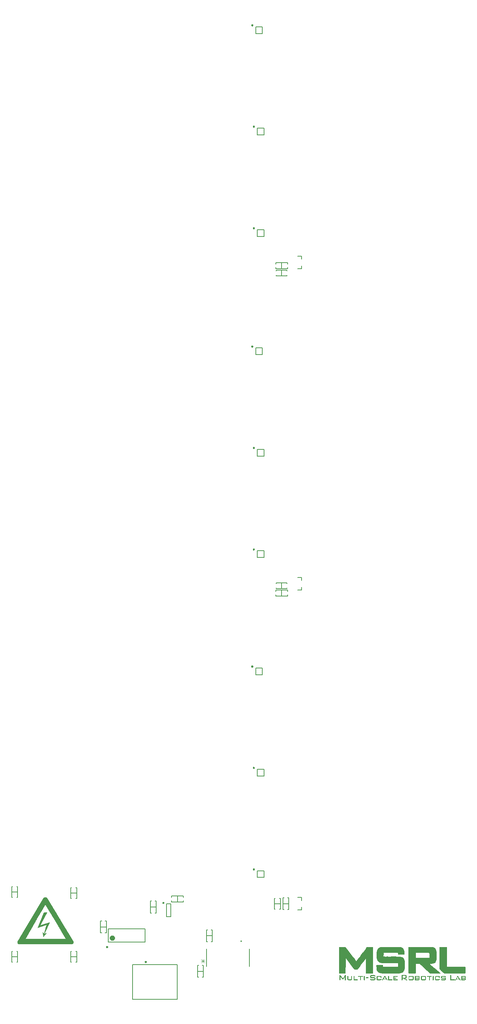
<source format=gbr>
%FSTAX23Y23*%
%MOIN*%
%SFA1B1*%

%IPPOS*%
%ADD43C,0.009843*%
%ADD44C,0.023622*%
%ADD45C,0.005905*%
%ADD46C,0.006000*%
%ADD47C,0.007874*%
%ADD48C,0.003000*%
%LNmain_legend_top-1*%
%LPD*%
G36*
X0337Y00825D02*
X03355D01*
Y00835*
X0337*
Y00825*
G37*
G36*
X0154Y01239D02*
X01543D01*
Y01239*
X01545*
Y01238*
X01546*
Y01237*
X01548*
Y01236*
X01549*
Y01236*
X01549*
Y01235*
X01551*
Y01234*
X01552*
Y01233*
X01552*
Y01232*
X01553*
Y01231*
X01554*
Y0123*
X01555*
Y01229*
X01556*
Y01228*
X01556*
Y01227*
X01557*
Y01226*
X01558*
Y01225*
X01559*
Y01223*
X01559*
Y01223*
X0156*
Y01221*
X01561*
Y01219*
X01562*
Y01219*
X01562*
Y01217*
X01563*
Y01216*
X01564*
Y01215*
X01565*
Y01213*
X01565*
Y01212*
X01566*
Y01211*
X01567*
Y01209*
X01568*
Y01208*
X01569*
Y01207*
X01569*
Y01206*
X0157*
Y01204*
X01571*
Y01203*
X01572*
Y01202*
X01572*
Y012*
X01573*
Y012*
X01574*
Y01198*
X01575*
Y01196*
X01575*
Y01196*
X01576*
Y01194*
X01577*
Y01193*
X01578*
Y01192*
X01578*
Y0119*
X01579*
Y0119*
X0158*
Y01188*
X01581*
Y01186*
X01582*
Y01186*
X01582*
Y01184*
X01583*
Y01183*
X01584*
Y01182*
X01585*
Y0118*
X01585*
Y01179*
X01586*
Y01178*
X01587*
Y01177*
X01588*
Y01175*
X01588*
Y01174*
X01589*
Y01173*
X0159*
Y01171*
X01591*
Y0117*
X01592*
Y01169*
X01592*
Y01167*
X01593*
Y01167*
X01594*
Y01165*
X01595*
Y01164*
X01595*
Y01163*
X01596*
Y01161*
X01597*
Y0116*
X01598*
Y01159*
X01598*
Y01157*
X01599*
Y01157*
X016*
Y01155*
X01601*
Y01154*
X01601*
Y01153*
X01602*
Y01151*
X01603*
Y0115*
X01604*
Y01149*
X01605*
Y01147*
X01605*
Y01146*
X01606*
Y01145*
X01607*
Y01144*
X01608*
Y01142*
X01608*
Y01141*
X01609*
Y0114*
X0161*
Y01138*
X01611*
Y01137*
X01611*
Y01136*
X01612*
Y01135*
X01613*
Y01134*
X01614*
Y01132*
X01615*
Y01131*
X01615*
Y0113*
X01616*
Y01128*
X01617*
Y01127*
X01618*
Y01126*
X01618*
Y01124*
X01619*
Y01124*
X0162*
Y01122*
X01621*
Y01121*
X01621*
Y0112*
X01622*
Y01118*
X01623*
Y01117*
X01624*
Y01116*
X01624*
Y01114*
X01625*
Y01113*
X01626*
Y01112*
X01627*
Y01111*
X01628*
Y01109*
X01628*
Y01108*
X01629*
Y01107*
X0163*
Y01106*
X01631*
Y01104*
X01631*
Y01103*
X01632*
Y01102*
X01633*
Y01101*
X01634*
Y01099*
X01634*
Y01098*
X01635*
Y01097*
X01636*
Y01095*
X01637*
Y01095*
X01638*
Y01093*
X01638*
Y01091*
X01639*
Y01091*
X0164*
Y01089*
X01641*
Y01088*
X01641*
Y01087*
X01642*
Y01085*
X01643*
Y01084*
X01644*
Y01083*
X01644*
Y01081*
X01645*
Y0108*
X01646*
Y01079*
X01647*
Y01078*
X01647*
Y01077*
X01648*
Y01075*
X01649*
Y01074*
X0165*
Y01073*
X01651*
Y01072*
X01651*
Y0107*
X01652*
Y01069*
X01653*
Y01068*
X01654*
Y01066*
X01654*
Y01065*
X01655*
Y01064*
X01656*
Y01062*
X01657*
Y01062*
X01657*
Y0106*
X01658*
Y01058*
X01659*
Y01058*
X0166*
Y01056*
X01661*
Y01055*
X01661*
Y01054*
X01662*
Y01052*
X01663*
Y01051*
X01664*
Y0105*
X01664*
Y01049*
X01665*
Y01048*
X01666*
Y01046*
X01667*
Y01045*
X01667*
Y01044*
X01668*
Y01042*
X01669*
Y01041*
X0167*
Y0104*
X0167*
Y01039*
X01671*
Y01037*
X01672*
Y01036*
X01673*
Y01035*
X01674*
Y01033*
X01674*
Y01032*
X01675*
Y01031*
X01676*
Y01029*
X01677*
Y01029*
X01677*
Y01027*
X01678*
Y01026*
X01679*
Y01025*
X0168*
Y01023*
X0168*
Y01022*
X01681*
Y01021*
X01682*
Y01019*
X01683*
Y01019*
X01683*
Y01017*
X01684*
Y01016*
X01685*
Y01015*
X01686*
Y01013*
X01687*
Y01012*
X01687*
Y01011*
X01688*
Y01009*
X01689*
Y01008*
X0169*
Y01007*
X0169*
Y01006*
X01691*
Y01004*
X01692*
Y01003*
X01693*
Y01002*
X01693*
Y01*
X01694*
Y00999*
X01695*
Y00998*
X01696*
Y00996*
X01697*
Y00996*
X01697*
Y00994*
X01698*
Y00993*
X01699*
Y00992*
X017*
Y0099*
X017*
Y0099*
X01701*
Y00988*
X01702*
Y00986*
X01703*
Y00986*
X01703*
Y00984*
X01704*
Y00983*
X01705*
Y00982*
X01706*
Y0098*
X01706*
Y00979*
X01707*
Y00978*
X01708*
Y00976*
X01709*
Y00975*
X0171*
Y00974*
X0171*
Y00973*
X01711*
Y00971*
X01712*
Y0097*
X01713*
Y00969*
X01713*
Y00967*
X01714*
Y00967*
X01715*
Y00965*
X01716*
Y00964*
X01716*
Y00963*
X01717*
Y00961*
X01718*
Y0096*
X01719*
Y00959*
X0172*
Y00957*
X0172*
Y00957*
X01721*
Y00955*
X01722*
Y00953*
X01723*
Y00953*
X01723*
Y00951*
X01724*
Y0095*
X01725*
Y00949*
X01726*
Y00947*
X01726*
Y00946*
X01727*
Y00945*
X01728*
Y00944*
X01729*
Y00942*
X01729*
Y00941*
X0173*
Y0094*
X01731*
Y00938*
X01732*
Y00937*
X01733*
Y00936*
X01733*
Y00935*
X01734*
Y00934*
X01735*
Y00932*
X01736*
Y00931*
X01736*
Y0093*
X01737*
Y00928*
X01738*
Y00927*
X01739*
Y00926*
X01739*
Y00924*
X0174*
Y00924*
X01741*
Y00922*
X01742*
Y00921*
X01743*
Y0092*
X01743*
Y00918*
X01744*
Y00917*
X01745*
Y00916*
X01746*
Y00914*
X01746*
Y00913*
X01747*
Y00912*
X01748*
Y00911*
X01749*
Y00909*
X01749*
Y00908*
X0175*
Y00907*
X01751*
Y00906*
X01752*
Y00904*
X01752*
Y00903*
X01753*
Y00902*
X01754*
Y00901*
X01755*
Y00899*
X01756*
Y00898*
X01756*
Y00897*
X01757*
Y00895*
X01758*
Y00894*
X01759*
Y00893*
X01759*
Y00891*
X0176*
Y00891*
X01761*
Y00889*
X01762*
Y00888*
X01762*
Y00887*
X01763*
Y00885*
X01764*
Y00884*
X01765*
Y00883*
X01766*
Y00881*
X01766*
Y0088*
X01767*
Y00879*
X01768*
Y00878*
X01769*
Y00877*
X01769*
Y00875*
X0177*
Y00874*
X01771*
Y00873*
X01772*
Y00871*
X01772*
Y0087*
X01773*
Y00869*
X01774*
Y00868*
X01775*
Y00866*
X01775*
Y00865*
X01776*
Y00864*
X01777*
Y00862*
X01778*
Y00862*
X01779*
Y0086*
X01779*
Y00858*
X0178*
Y00858*
X01781*
Y00856*
X01782*
Y00855*
X01782*
Y00854*
X01783*
Y00852*
X01784*
Y00851*
X01785*
Y0085*
X01785*
Y00848*
X01786*
Y00848*
X01787*
Y00846*
X01788*
Y00845*
X01788*
Y00844*
X01789*
Y00842*
X0179*
Y00841*
X01791*
Y0084*
X01792*
Y00839*
X01792*
Y00837*
X01793*
Y00836*
X01794*
Y00835*
X01795*
Y00833*
X01795*
Y00832*
X01796*
Y00831*
X01797*
Y00829*
X01798*
Y00828*
X01798*
Y00826*
X01799*
Y00816*
X01798*
Y00813*
X01798*
Y00812*
X01797*
Y0081*
X01796*
Y00809*
X01795*
Y00809*
X01795*
Y00808*
X01794*
Y00807*
X01793*
Y00806*
X01792*
Y00806*
X01791*
Y00805*
X01789*
Y00804*
X01787*
Y00803*
X01783*
Y00803*
X01286*
Y00803*
X01284*
Y00804*
X01283*
Y00805*
X01282*
Y00806*
X0128*
Y00806*
X0128*
Y00807*
X01279*
Y00808*
X01278*
Y00809*
X01277*
Y00811*
X01277*
Y00812*
X01276*
Y00815*
X01275*
Y00825*
X01276*
Y00828*
X01277*
Y00829*
X01277*
Y00832*
X01278*
Y00833*
X01279*
Y00834*
X0128*
Y00835*
X0128*
Y00837*
X01281*
Y00838*
X01282*
Y00839*
X01283*
Y00841*
X01283*
Y00842*
X01284*
Y00843*
X01285*
Y00845*
X01286*
Y00846*
X01286*
Y00847*
X01287*
Y00848*
X01288*
Y0085*
X01289*
Y00851*
X0129*
Y00852*
X0129*
Y00854*
X01291*
Y00855*
X01292*
Y00856*
X01293*
Y00858*
X01293*
Y00858*
X01294*
Y0086*
X01295*
Y00862*
X01296*
Y00862*
X01296*
Y00864*
X01297*
Y00865*
X01298*
Y00866*
X01299*
Y00868*
X013*
Y00869*
X013*
Y0087*
X01301*
Y00871*
X01302*
Y00873*
X01303*
Y00874*
X01303*
Y00875*
X01304*
Y00877*
X01305*
Y00878*
X01306*
Y00879*
X01306*
Y00881*
X01307*
Y00882*
X01308*
Y00883*
X01309*
Y00885*
X01309*
Y00886*
X0131*
Y00887*
X01311*
Y00888*
X01312*
Y0089*
X01313*
Y00891*
X01313*
Y00892*
X01314*
Y00894*
X01315*
Y00894*
X01316*
Y00896*
X01316*
Y00898*
X01317*
Y00898*
X01318*
Y009*
X01319*
Y00901*
X01319*
Y00902*
X0132*
Y00904*
X01321*
Y00905*
X01322*
Y00906*
X01323*
Y00908*
X01323*
Y00909*
X01324*
Y0091*
X01325*
Y00911*
X01326*
Y00913*
X01326*
Y00914*
X01327*
Y00915*
X01328*
Y00917*
X01329*
Y00917*
X01329*
Y00919*
X0133*
Y00921*
X01331*
Y00921*
X01332*
Y00923*
X01332*
Y00924*
X01333*
Y00925*
X01334*
Y00927*
X01335*
Y00928*
X01336*
Y0093*
X01336*
Y00931*
X01337*
Y00932*
X01338*
Y00934*
X01339*
Y00934*
X01339*
Y00936*
X0134*
Y00937*
X01341*
Y00938*
X01342*
Y0094*
X01342*
Y00941*
X01343*
Y00942*
X01344*
Y00944*
X01345*
Y00945*
X01346*
Y00946*
X01346*
Y00947*
X01347*
Y00949*
X01348*
Y0095*
X01349*
Y00951*
X01349*
Y00953*
X0135*
Y00953*
X01351*
Y00955*
X01352*
Y00957*
X01352*
Y00957*
X01353*
Y00959*
X01354*
Y0096*
X01355*
Y00961*
X01355*
Y00963*
X01356*
Y00964*
X01357*
Y00965*
X01358*
Y00967*
X01359*
Y00968*
X01359*
Y00969*
X0136*
Y0097*
X01361*
Y00972*
X01362*
Y00973*
X01362*
Y00974*
X01363*
Y00976*
X01364*
Y00977*
X01365*
Y00978*
X01365*
Y0098*
X01366*
Y00981*
X01367*
Y00982*
X01368*
Y00983*
X01368*
Y00985*
X01369*
Y00986*
X0137*
Y00987*
X01371*
Y00989*
X01372*
Y0099*
X01372*
Y00991*
X01373*
Y00993*
X01374*
Y00993*
X01375*
Y00995*
X01375*
Y00996*
X01376*
Y00997*
X01377*
Y00999*
X01378*
Y01*
X01378*
Y01001*
X01379*
Y01003*
X0138*
Y01004*
X01381*
Y01005*
X01382*
Y01006*
X01382*
Y01008*
X01383*
Y01009*
X01384*
Y0101*
X01385*
Y01012*
X01385*
Y01013*
X01386*
Y01014*
X01387*
Y01016*
X01388*
Y01016*
X01388*
Y01018*
X01389*
Y01019*
X0139*
Y0102*
X01391*
Y01022*
X01391*
Y01023*
X01392*
Y01025*
X01393*
Y01026*
X01394*
Y01027*
X01395*
Y01029*
X01395*
Y01029*
X01396*
Y01031*
X01397*
Y01032*
X01398*
Y01033*
X01398*
Y01035*
X01399*
Y01036*
X014*
Y01037*
X01401*
Y01039*
X01401*
Y0104*
X01402*
Y01041*
X01403*
Y01042*
X01404*
Y01044*
X01405*
Y01045*
X01405*
Y01046*
X01406*
Y01048*
X01407*
Y01049*
X01408*
Y0105*
X01408*
Y01052*
X01409*
Y01052*
X0141*
Y01054*
X01411*
Y01055*
X01411*
Y01056*
X01412*
Y01058*
X01413*
Y01059*
X01414*
Y0106*
X01414*
Y01062*
X01415*
Y01063*
X01416*
Y01064*
X01417*
Y01065*
X01418*
Y01067*
X01418*
Y01068*
X01419*
Y01069*
X0142*
Y01071*
X01421*
Y01072*
X01421*
Y01073*
X01422*
Y01075*
X01423*
Y01076*
X01424*
Y01077*
X01424*
Y01078*
X01425*
Y0108*
X01426*
Y01081*
X01427*
Y01082*
X01428*
Y01084*
X01428*
Y01085*
X01429*
Y01086*
X0143*
Y01088*
X01431*
Y01088*
X01431*
Y0109*
X01432*
Y01091*
X01433*
Y01092*
X01434*
Y01094*
X01434*
Y01095*
X01435*
Y01096*
X01436*
Y01098*
X01437*
Y01099*
X01437*
Y011*
X01438*
Y01101*
X01439*
Y01103*
X0144*
Y01104*
X01441*
Y01105*
X01441*
Y01107*
X01442*
Y01108*
X01443*
Y01109*
X01444*
Y01111*
X01444*
Y01111*
X01445*
Y01113*
X01446*
Y01114*
X01447*
Y01115*
X01447*
Y01117*
X01448*
Y01118*
X01449*
Y01119*
X0145*
Y01121*
X01451*
Y01122*
X01451*
Y01123*
X01452*
Y01124*
X01453*
Y01126*
X01454*
Y01127*
X01454*
Y01128*
X01455*
Y0113*
X01456*
Y01131*
X01457*
Y01132*
X01457*
Y01134*
X01458*
Y01135*
X01459*
Y01136*
X0146*
Y01137*
X0146*
Y01139*
X01461*
Y0114*
X01462*
Y01141*
X01463*
Y01143*
X01464*
Y01144*
X01464*
Y01145*
X01465*
Y01147*
X01466*
Y01147*
X01467*
Y01149*
X01467*
Y0115*
X01468*
Y01151*
X01469*
Y01153*
X0147*
Y01154*
X0147*
Y01156*
X01471*
Y01157*
X01472*
Y01158*
X01473*
Y01159*
X01473*
Y0116*
X01474*
Y01162*
X01475*
Y01163*
X01476*
Y01164*
X01477*
Y01166*
X01477*
Y01167*
X01478*
Y01168*
X01479*
Y01169*
Y0117*
X0148*
Y01171*
X0148*
Y01172*
X01481*
Y01173*
X01482*
Y01175*
X01483*
Y01176*
X01483*
Y01177*
X01484*
Y01179*
X01485*
Y0118*
X01486*
Y01181*
X01487*
Y01183*
X01487*
Y01183*
X01488*
Y01185*
X01489*
Y01186*
X0149*
Y01187*
X0149*
Y01189*
X01491*
Y0119*
X01492*
Y01191*
X01493*
Y01193*
X01493*
Y01194*
X01494*
Y01195*
X01495*
Y01196*
X01496*
Y01198*
X01496*
Y01199*
X01497*
Y012*
X01498*
Y01202*
X01499*
Y01203*
X015*
Y01204*
X015*
Y01206*
X01501*
Y01207*
X01502*
Y01208*
X01503*
Y01209*
X01503*
Y01211*
X01504*
Y01212*
X01505*
Y01213*
X01506*
Y01215*
X01506*
Y01216*
X01507*
Y01217*
X01508*
Y01219*
X01509*
Y01219*
X0151*
Y01221*
X0151*
Y01223*
X01511*
Y01223*
X01512*
Y01225*
X01513*
Y01226*
X01513*
Y01227*
X01514*
Y01229*
X01515*
Y01229*
X01516*
Y0123*
X01516*
Y01231*
X01517*
Y01232*
X01518*
Y01233*
X01519*
Y01234*
X0152*
Y01235*
X01521*
Y01236*
X01522*
Y01236*
X01523*
Y01237*
X01524*
Y01238*
X01526*
Y01239*
X01528*
Y01239*
X0153*
Y0124*
X0154*
Y01239*
G37*
G36*
X0484Y00775D02*
X04855D01*
Y00772*
X04861*
Y00769*
X04868*
Y00766*
X04871*
Y00763*
X04874*
Y00759*
X04877*
Y00756*
X0488*
Y0075*
X04883*
Y00741*
X04886*
Y00706*
X04824*
Y00719*
X04821*
Y00722*
X04693*
Y007*
X0469*
Y00691*
X04702*
Y00688*
X04718*
Y00691*
X04733*
Y00688*
X04758*
Y00691*
X04808*
Y00688*
X04852*
Y00684*
X04865*
Y00681*
X04871*
Y00678*
X04874*
Y00675*
X04877*
Y00672*
X0488*
Y00666*
X04883*
Y00659*
X04886*
Y0065*
X0489*
Y00572*
X04886*
Y00559*
X04883*
Y00556*
X0488*
Y0055*
X04877*
Y00547*
X04874*
Y00544*
X04871*
Y00541*
X04865*
Y00538*
X04855*
Y00534*
X04843*
Y00531*
X04671*
Y00534*
X04655*
Y00538*
X04646*
Y00541*
X04643*
Y00544*
X0464*
Y00547*
X04636*
Y0055*
X04633*
Y00553*
X0463*
Y00559*
X04627*
Y00569*
X04624*
Y00594*
X04621*
Y00606*
X04624*
Y00609*
X04686*
Y00594*
X04827*
Y00625*
X04824*
Y00628*
X04668*
Y00631*
X04655*
Y00634*
X04649*
Y00638*
X04646*
Y00641*
X04643*
Y00644*
X0464*
Y00647*
X04636*
Y0065*
X04633*
Y00659*
X0463*
Y00669*
X04627*
Y00734*
X0463*
Y00747*
X04633*
Y00753*
X04636*
Y00759*
X0464*
Y00763*
X04643*
Y00766*
X04646*
Y00769*
X04652*
Y00772*
X04658*
Y00775*
X04674*
Y00778*
X0484*
Y00775*
G37*
G36*
X04593Y00531D02*
X04527D01*
Y00669*
X04524*
Y00666*
X04521*
Y00663*
X04518*
Y00656*
X04515*
Y00653*
X04511*
Y0065*
X04508*
Y00644*
X04505*
Y00641*
X04502*
Y00638*
X04499*
Y00634*
X04496*
Y00628*
X04493*
Y00625*
X0449*
Y00619*
X04486*
Y00616*
X04483*
Y00613*
X0448*
Y00606*
X04477*
Y00603*
X04474*
Y006*
X04471*
Y00594*
X04468*
Y00591*
X04465*
Y00588*
X04461*
Y00581*
X04458*
Y00578*
X04455*
Y00575*
X04452*
Y00569*
X04449*
Y00566*
X04418*
Y00569*
X04415*
Y00572*
X04411*
Y00578*
X04408*
Y00581*
X04405*
Y00584*
X04402*
Y00591*
X04399*
Y00594*
X04396*
Y00597*
X04393*
Y00603*
X0439*
Y00606*
X04386*
Y00609*
X04383*
Y00616*
X0438*
Y00619*
X04377*
Y00622*
X04374*
Y00628*
X04371*
Y00631*
X04368*
Y00634*
X04365*
Y00641*
X04361*
Y00644*
X04358*
Y00647*
X04355*
Y00653*
X04352*
Y00656*
X04349*
Y00659*
X04346*
Y00666*
X04343*
Y00669*
X0434*
Y00588*
X04336*
Y00531*
X04277*
Y00778*
X04333*
Y00775*
X04336*
Y00772*
X0434*
Y00769*
X04343*
Y00766*
X04346*
Y00759*
X04349*
Y00756*
X04352*
Y00753*
X04355*
Y0075*
X04358*
Y00744*
X04361*
Y00741*
X04365*
Y00738*
X04368*
Y00731*
X04371*
Y00728*
X04374*
Y00725*
X04377*
Y00722*
X0438*
Y00716*
X04383*
Y00713*
X04386*
Y00709*
X0439*
Y00703*
X04393*
Y007*
X04396*
Y00697*
X04399*
Y00691*
X04402*
Y00688*
X04405*
Y00684*
X04408*
Y00681*
X04411*
Y00675*
X04415*
Y00672*
X04418*
Y00669*
X04421*
Y00663*
X04424*
Y00659*
X04427*
Y00656*
X0443*
Y00653*
X04433*
Y00647*
X0444*
Y0065*
X04443*
Y00656*
X04446*
Y00659*
X04449*
Y00663*
X04452*
Y00669*
X04455*
Y00672*
X04458*
Y00675*
X04461*
Y00681*
X04465*
Y00684*
X04468*
Y00688*
X04471*
Y00694*
X04474*
Y00697*
X04477*
Y007*
X0448*
Y00706*
X04483*
Y00709*
X04486*
Y00713*
X0449*
Y00719*
X04493*
Y00722*
X04496*
Y00725*
X04499*
Y00728*
X04502*
Y00734*
X04505*
Y00738*
X04508*
Y00741*
X04511*
Y00747*
X04515*
Y0075*
X04518*
Y00753*
X04521*
Y00759*
X04524*
Y00763*
X04527*
Y00766*
X0453*
Y00772*
X04533*
Y00775*
X04536*
Y00778*
X04593*
Y00531*
G37*
G36*
X05283Y00594D02*
X05452D01*
Y00591*
X05455*
Y00534*
X05452*
Y00531*
X05255*
Y00534*
X05252*
Y00538*
X05246*
Y00541*
X05243*
Y00544*
X05239*
Y00547*
X05236*
Y0055*
X05233*
Y00553*
X05227*
Y00556*
X05224*
Y00559*
X05221*
Y00563*
X05218*
Y00566*
X05214*
Y00569*
X05211*
Y00778*
X05283*
Y00594*
G37*
G36*
X05143Y00775D02*
X05155D01*
Y00772*
X05161*
Y00769*
X05168*
Y00766*
X05171*
Y00763*
X05174*
Y00759*
X05177*
Y00756*
X0518*
Y0075*
X05183*
Y00738*
X05186*
Y00656*
X05183*
Y00647*
X0518*
Y00641*
X05177*
Y00638*
X05174*
Y00631*
X05168*
Y00628*
X05164*
Y00625*
X05158*
Y00622*
X05146*
Y00619*
X05124*
Y00616*
X05127*
Y00613*
X0513*
Y00609*
X05133*
Y00606*
X05136*
Y00603*
X05139*
Y006*
X05146*
Y00597*
X05149*
Y00594*
X05152*
Y00591*
X05155*
Y00588*
X05158*
Y00584*
X05164*
Y00581*
X05168*
Y00578*
X05171*
Y00575*
X05174*
Y00572*
X05177*
Y00569*
X05183*
Y00566*
X05186*
Y00563*
X05189*
Y00559*
X05193*
Y00556*
X05196*
Y00553*
X05202*
Y0055*
X05205*
Y00547*
X05208*
Y00544*
X05211*
Y00541*
X05214*
Y00538*
X05218*
Y00534*
X05221*
Y00531*
X05121*
Y00534*
X05118*
Y00538*
X05114*
Y00541*
X05111*
Y00544*
X05108*
Y00547*
X05105*
Y0055*
X05102*
Y00553*
X05099*
Y00556*
X05093*
Y00559*
X05089*
Y00563*
X05086*
Y00566*
X05083*
Y00569*
X0508*
Y00572*
X05077*
Y00575*
X05074*
Y00578*
X05071*
Y00581*
X05068*
Y00584*
X05064*
Y00588*
X05061*
Y00591*
X05058*
Y00594*
X05055*
Y00597*
X05052*
Y006*
X05049*
Y00603*
X05046*
Y00606*
X05039*
Y00609*
X05036*
Y00613*
X05033*
Y00616*
X0503*
Y00619*
X04993*
Y00534*
X0499*
Y00531*
X04924*
Y00534*
X04921*
Y00778*
X05143*
Y00775*
G37*
G36*
X04605Y00513D02*
X04611D01*
Y00506*
X04615*
Y00503*
X04608*
Y005*
X04605*
Y00506*
X04574*
Y00497*
X04605*
Y00494*
X04611*
Y00488*
X04615*
Y00475*
X04611*
Y00469*
X04605*
Y00466*
X04571*
Y00469*
X04565*
Y00481*
X04571*
Y00475*
X04605*
Y00488*
X04568*
Y00494*
X04565*
Y00509*
X04568*
Y00513*
X04571*
Y00516*
X04605*
Y00513*
G37*
G36*
X05268Y005D02*
X05271D01*
Y00497*
X05268*
Y00494*
X05261*
Y005*
X05236*
Y00497*
Y00491*
X05268*
Y00488*
X05271*
Y00472*
X05268*
Y00469*
X05264*
Y00466*
X05233*
Y00469*
X05227*
Y00478*
X05236*
Y00475*
X05261*
Y00484*
X0523*
Y00491*
X05227*
Y005*
X0523*
Y00506*
X05268*
Y005*
G37*
G36*
X05211Y00503D02*
X05214D01*
Y00494*
X05211*
Y00491*
X05205*
Y005*
X0518*
Y00475*
X05205*
Y00481*
X05214*
Y00472*
X05211*
Y00469*
X05205*
Y00466*
X05177*
Y00469*
X05171*
Y00503*
X05174*
Y00506*
X05211*
Y00503*
G37*
G36*
X04668Y005D02*
X04671D01*
Y00494*
X04668*
Y00491*
X04661*
Y005*
X04636*
Y00475*
X04661*
Y00481*
X04671*
Y00472*
X04668*
Y00469*
X04661*
Y00466*
X04633*
Y00469*
X04627*
Y00503*
X0463*
Y00506*
X04668*
Y005*
G37*
G36*
X04549Y00488D02*
X04527D01*
Y00494*
X0453*
Y00497*
X04549*
Y00488*
G37*
G36*
X0434Y00466D02*
X0433D01*
Y00497*
X04327*
Y00494*
X04324*
Y00491*
X04321*
Y00484*
X04318*
Y00481*
X04315*
Y00475*
X04308*
Y00478*
X04305*
Y00481*
X04302*
Y00484*
X04299*
Y00491*
X04296*
Y00494*
X04293*
Y00497*
X0429*
Y00469*
X04286*
Y00466*
X04283*
Y00469*
X0428*
Y00513*
X04283*
Y00516*
X04286*
Y00513*
X0429*
Y00509*
X04293*
Y00506*
X04296*
Y00503*
X04299*
Y005*
X04302*
Y00494*
X04305*
Y00491*
X04308*
Y00488*
X04315*
Y00494*
X04318*
Y00497*
X04321*
Y00503*
X04324*
Y00506*
X04327*
Y00509*
X0433*
Y00516*
X0434*
Y00466*
G37*
G36*
X04396Y00469D02*
X0439D01*
Y00466*
X04361*
Y00469*
X04355*
Y00472*
X04352*
Y00478*
Y00481*
Y00506*
X04361*
Y00475*
X0439*
Y00506*
X04396*
Y00469*
G37*
G36*
X05455Y00497D02*
X05458D01*
Y00494*
X05455*
Y00481*
X05458*
Y00472*
X05455*
Y00469*
X05449*
Y00466*
X05414*
Y00506*
X05455*
Y00497*
G37*
G36*
X05318Y00513D02*
X05321D01*
Y00475*
X05355*
Y00469*
X05358*
Y00472*
X05361*
Y00478*
X05364*
Y00484*
X05368*
Y00488*
X05371*
Y00494*
X05374*
Y005*
X05377*
Y00506*
X05386*
Y00503*
X05389*
Y005*
X05393*
Y00494*
X05396*
Y00488*
X05399*
Y00484*
X05402*
Y00478*
X05405*
Y00472*
X05408*
Y00466*
X05402*
Y00469*
X05399*
Y00472*
X05396*
Y00475*
X05368*
Y00469*
X05364*
Y00466*
X05311*
Y00516*
X05318*
Y00513*
G37*
G36*
X05158Y00469D02*
X05155D01*
Y00466*
X05149*
Y00488*
Y00491*
Y00506*
X05158*
Y00469*
G37*
G36*
X05139Y005D02*
X05124D01*
Y00497*
X05121*
Y00466*
X05114*
Y00475*
Y00478*
Y005*
X05096*
Y00506*
X05139*
Y005*
G37*
G36*
X05083Y00503D02*
X05086D01*
Y00469*
X0508*
Y00466*
X05046*
Y00469*
X05043*
Y00472*
X05039*
Y00503*
X05043*
Y00506*
X05083*
Y00503*
G37*
G36*
X05024Y005D02*
X05027D01*
Y00494*
X05024*
Y00481*
X05027*
Y00472*
X05024*
Y00469*
X05018*
Y00466*
X04983*
Y00506*
X05024*
Y005*
G37*
G36*
X04968Y00503D02*
X04971D01*
Y00472*
X04968*
Y00469*
X04965*
Y00466*
X0493*
Y00469*
X04924*
Y00503*
X04927*
Y00506*
X04968*
Y00503*
G37*
G36*
X04899Y00513D02*
X04905D01*
Y00494*
Y00491*
Y00488*
X04902*
Y00484*
X04893*
Y00481*
X04896*
Y00478*
X04899*
Y00475*
X04905*
Y00472*
X04908*
Y00469*
X04911*
Y00466*
X04899*
Y00469*
X04896*
Y00472*
X04893*
Y00475*
X0489*
Y00478*
X04883*
Y00484*
X04868*
Y00469*
X04865*
Y00466*
X04858*
Y00516*
X04899*
Y00513*
G37*
G36*
X04821Y005D02*
X04793D01*
Y00497*
X0479*
Y00494*
X04793*
Y00491*
X04808*
Y00484*
X04793*
Y00481*
X0479*
Y00478*
Y00475*
X04821*
Y00466*
X04783*
Y00506*
X04821*
Y005*
G37*
G36*
X04743Y00491D02*
Y00488D01*
Y00475*
X04771*
Y00466*
X04733*
Y00506*
X04743*
Y00491*
G37*
G36*
X04708Y005D02*
X04711D01*
Y00494*
X04715*
Y00488*
X04718*
Y00484*
X04721*
Y00478*
X04724*
Y00472*
X04727*
Y00466*
X04721*
Y00469*
X04718*
Y00475*
X04686*
Y00469*
X04683*
Y00466*
X04677*
Y00472*
X0468*
Y00478*
X04683*
Y00484*
X04686*
Y00488*
X0469*
Y00494*
X04693*
Y005*
X04696*
Y00506*
X04708*
Y005*
G37*
G36*
X04515Y00478D02*
Y00475D01*
Y00466*
X04508*
Y00469*
X04505*
Y00506*
X04515*
Y00478*
G37*
G36*
X04499Y005D02*
X0448D01*
Y00472*
Y00469*
Y00466*
X04474*
Y00469*
X04471*
Y005*
X04452*
Y00506*
X04499*
Y005*
G37*
G36*
X04418Y00475D02*
X04449D01*
Y00466*
X04411*
Y00506*
X04418*
Y00475*
G37*
%LNmain_legend_top-2*%
%LPC*%
G36*
X01536Y0117D02*
X01535D01*
Y01168*
X01534*
Y01167*
X01533*
Y01166*
X01533*
Y01164*
X01532*
Y01163*
X01531*
Y01162*
X0153*
Y0116*
X01529*
Y0116*
X01529*
Y01158*
X01528*
Y01157*
X01527*
Y01155*
X01526*
Y01154*
X01526*
Y01153*
X01525*
Y01151*
X01524*
Y0115*
X01523*
Y01149*
X01523*
Y01147*
X01522*
Y01147*
X01521*
Y01145*
X0152*
Y01144*
X01519*
Y01143*
X01519*
Y01141*
X01518*
Y0114*
X01517*
Y01139*
X01516*
Y01137*
X01516*
Y01136*
X01515*
Y01135*
X01514*
Y01134*
X01513*
Y01132*
X01513*
Y01131*
X01512*
Y0113*
X01511*
Y01128*
X0151*
Y01127*
X0151*
Y01126*
X01509*
Y01124*
X01508*
Y01124*
X01507*
Y01122*
X01506*
Y01121*
X01506*
Y0112*
X01505*
Y01118*
X01504*
Y01117*
X01503*
Y01116*
X01503*
Y01114*
X01502*
Y01113*
X01501*
Y01111*
X015*
Y01111*
X015*
Y01109*
X01499*
Y01108*
X01498*
Y01107*
X01497*
Y01105*
X01496*
Y01104*
X01496*
Y01103*
X01495*
Y01101*
X01494*
Y011*
X01493*
Y01099*
X01493*
Y01098*
X01492*
Y01096*
X01491*
Y01095*
X0149*
Y01094*
X0149*
Y01092*
X01489*
Y01091*
X01488*
Y0109*
X01487*
Y01088*
X01487*
Y01088*
X01486*
Y01086*
X01485*
Y01085*
X01484*
Y01084*
X01483*
Y01082*
X01483*
Y01081*
X01482*
Y0108*
X01481*
Y01078*
X0148*
Y01077*
X0148*
Y01076*
X01479*
Y01075*
X01478*
Y01073*
X01477*
Y01072*
X01477*
Y01071*
X01476*
Y01069*
X01475*
Y01068*
X01474*
Y01067*
X01473*
Y01065*
X01473*
Y01064*
X01472*
Y01063*
X01471*
Y01062*
X0147*
Y0106*
X0147*
Y01059*
X01469*
Y01058*
X01468*
Y01056*
X01467*
Y01055*
X01467*
Y01054*
X01466*
Y01052*
X01465*
Y01051*
X01464*
Y0105*
X01464*
Y01049*
X01463*
Y01047*
X01462*
Y01045*
X01461*
Y01045*
X0146*
Y01043*
X0146*
Y01042*
X01459*
Y0104*
X01458*
Y01039*
X01457*
Y01038*
X01457*
Y01036*
X01456*
Y01035*
X01455*
Y01034*
X01454*
Y01032*
X01454*
Y01031*
X01453*
Y01029*
X01452*
Y01029*
X01451*
Y01027*
X01451*
Y01026*
X0145*
Y01024*
X01449*
Y01023*
X01448*
Y01022*
X01447*
Y0102*
X01447*
Y01019*
X01446*
Y01018*
X01445*
Y01016*
X01444*
Y01015*
X01444*
Y01013*
X01443*
Y01013*
X01442*
Y01011*
X01441*
Y01009*
X01441*
Y01008*
X0144*
Y01007*
X01439*
Y01006*
X01438*
Y01004*
X01437*
Y01003*
X01437*
Y01002*
X01436*
Y01*
X01435*
Y00999*
X01434*
Y00997*
X01434*
Y00996*
X01433*
Y00995*
X01432*
Y00993*
X01431*
Y00992*
X01431*
Y00991*
X0143*
Y0099*
X01429*
Y00988*
X01428*
Y00986*
X01428*
Y00986*
X01427*
Y00984*
X01426*
Y00983*
X01425*
Y00981*
X01424*
Y0098*
X01424*
Y00979*
X01423*
Y00977*
X01422*
Y00976*
X01421*
Y00975*
X01421*
Y00973*
X0142*
Y00972*
X01419*
Y0097*
X01418*
Y0097*
X01418*
Y00968*
X01417*
Y00967*
X01416*
Y00965*
X01415*
Y00964*
X01414*
Y00963*
X01414*
Y00961*
X01413*
Y0096*
X01412*
Y00959*
X01411*
Y00957*
X01411*
Y00956*
X0141*
Y00954*
X01409*
Y00953*
X01408*
Y00952*
X01408*
Y0095*
X01407*
Y00949*
X01406*
Y00948*
X01405*
Y00947*
X01405*
Y00945*
X01404*
Y00944*
X01403*
Y00943*
X01402*
Y00941*
X01401*
Y0094*
X01401*
Y00938*
X014*
Y00937*
X01399*
Y00936*
X01398*
Y00934*
X01398*
Y00933*
X01397*
Y00932*
X01396*
Y00931*
X01395*
Y00929*
X01395*
Y00927*
X01394*
Y00927*
X01393*
Y00925*
X01392*
Y00924*
X01391*
Y00922*
X01391*
Y00921*
X0139*
Y0092*
X01389*
Y00918*
X01388*
Y00917*
X01388*
Y00916*
X01387*
Y00914*
X01386*
Y00913*
X01385*
Y00911*
X01385*
Y00911*
X01384*
Y00909*
X01383*
Y00908*
X01382*
Y00906*
X01382*
Y00905*
X01381*
Y00904*
X0138*
Y00902*
X01379*
Y00901*
X01378*
Y009*
X01378*
Y00898*
X01377*
Y00897*
X01376*
Y00895*
X01375*
Y00894*
X01375*
Y00893*
X01374*
Y00891*
X01373*
Y0089*
X01372*
Y00889*
X01372*
Y00888*
X01371*
Y00886*
X0137*
Y00885*
X01369*
Y00884*
X01368*
Y00882*
X01368*
Y00881*
X01367*
Y00879*
X01366*
Y00878*
X01365*
Y00877*
X01365*
Y00875*
X01364*
Y00874*
X01363*
Y00873*
X01362*
Y00871*
X01362*
Y0087*
X01361*
Y00868*
X0136*
Y00868*
X01359*
Y00866*
X01359*
Y00865*
X01358*
Y00863*
X01357*
Y00862*
X01356*
Y00861*
X01355*
Y00859*
X01355*
Y00858*
X01354*
Y00857*
X01353*
Y00855*
X01352*
Y00854*
X01352*
Y00853*
X01372*
Y00852*
X01447*
Y00852*
X01463*
Y00852*
X01464*
Y00852*
X01529*
Y00852*
X01613*
Y00853*
X01699*
Y00854*
X01724*
Y00855*
X01723*
Y00856*
X01723*
Y00858*
X01722*
Y00858*
X01721*
Y0086*
X0172*
Y00862*
X0172*
Y00862*
X01719*
Y00864*
X01718*
Y00865*
X01717*
Y00867*
X01716*
Y00868*
X01716*
Y00869*
X01715*
Y00871*
X01714*
Y00872*
X01713*
Y00873*
X01713*
Y00875*
X01712*
Y00876*
X01711*
Y00877*
X0171*
Y00878*
X0171*
Y0088*
X01709*
Y00881*
X01708*
Y00882*
X01707*
Y00884*
X01706*
Y00885*
X01706*
Y00886*
X01705*
Y00888*
X01704*
Y00889*
X01703*
Y00891*
X01703*
Y00891*
X01702*
Y00893*
X01701*
Y00894*
X017*
Y00896*
X017*
Y00897*
X01699*
Y00898*
X01698*
Y009*
X01697*
Y00901*
X01697*
Y00902*
X01696*
Y00904*
X01695*
Y00905*
X01694*
Y00906*
X01693*
Y00908*
X01693*
Y00909*
X01692*
Y0091*
X01691*
Y00911*
X0169*
Y00913*
X0169*
Y00914*
X01689*
Y00915*
X01688*
Y00917*
X01687*
Y00918*
X01687*
Y00919*
X01686*
Y00921*
X01685*
Y00922*
X01684*
Y00924*
X01683*
Y00924*
X01683*
Y00926*
X01682*
Y00927*
X01681*
Y00929*
X0168*
Y0093*
X0168*
Y00931*
X01679*
Y00933*
X01678*
Y00934*
X01677*
Y00935*
X01677*
Y00937*
X01676*
Y00938*
X01675*
Y00939*
X01674*
Y0094*
X01674*
Y00942*
X01673*
Y00943*
X01672*
Y00944*
X01671*
Y00946*
X0167*
Y00947*
X0167*
Y00948*
X01669*
Y0095*
X01668*
Y00951*
X01667*
Y00953*
X01667*
Y00953*
X01666*
Y00955*
X01665*
Y00957*
X01664*
Y00957*
X01664*
Y00959*
X01663*
Y0096*
X01662*
Y00962*
X01661*
Y00963*
X01661*
Y00964*
X0166*
Y00966*
X01659*
Y00967*
X01658*
Y00968*
X01657*
Y0097*
X01657*
Y00971*
X01656*
Y00972*
X01655*
Y00973*
X01654*
Y00975*
X01654*
Y00976*
X01653*
Y00977*
X01652*
Y00979*
X01651*
Y0098*
X01651*
Y00981*
X0165*
Y00983*
X01649*
Y00983*
X01648*
Y00985*
X01647*
Y00986*
X01647*
Y00987*
X01646*
Y00989*
X01645*
Y0099*
X01644*
Y00991*
X01644*
Y00993*
X01643*
Y00993*
X01642*
Y00995*
X01641*
Y00996*
X01641*
Y00997*
X0164*
Y00999*
X01639*
Y01*
X01638*
Y01001*
X01638*
Y01003*
X01637*
Y01004*
X01636*
Y01005*
X01635*
Y01006*
X01634*
Y01008*
X01634*
Y01009*
X01633*
Y0101*
X01632*
Y01012*
X01631*
Y01013*
X01631*
Y01014*
X0163*
Y01016*
X01629*
Y01016*
X01628*
Y01018*
X01628*
Y01019*
X01627*
Y0102*
X01626*
Y01022*
X01625*
Y01022*
X01624*
Y01024*
X01624*
Y01026*
X01623*
Y01026*
X01622*
Y01028*
X01621*
Y01029*
X01621*
Y0103*
X0162*
Y01032*
X01619*
Y01033*
X01618*
Y01034*
X01618*
Y01036*
X01617*
Y01037*
X01616*
Y01038*
X01615*
Y01039*
X01615*
Y01041*
X01614*
Y01042*
X01613*
Y01043*
X01612*
Y01045*
X01611*
Y01045*
X01611*
Y01047*
X0161*
Y01048*
X01609*
Y01049*
X01608*
Y01051*
X01608*
Y01052*
X01607*
Y01053*
X01606*
Y01055*
X01605*
Y01055*
X01605*
Y01057*
X01604*
Y01058*
X01603*
Y01059*
X01602*
Y01061*
X01601*
Y01062*
X01601*
Y01063*
X016*
Y01065*
X01599*
Y01066*
X01598*
Y01067*
X01598*
Y01068*
X01597*
Y0107*
X01596*
Y01071*
X01595*
Y01072*
X01595*
Y01073*
X01594*
Y01075*
X01593*
Y01076*
X01592*
Y01077*
X01592*
Y01078*
X01591*
Y0108*
X0159*
Y01081*
X01589*
Y01082*
X01588*
Y01084*
X01588*
Y01085*
X01587*
Y01086*
X01586*
Y01088*
X01585*
Y01088*
X01585*
Y0109*
X01584*
Y01091*
X01583*
Y01092*
X01582*
Y01094*
X01582*
Y01095*
X01581*
Y01096*
X0158*
Y01098*
X01579*
Y01099*
X01578*
Y011*
X01578*
Y01101*
X01577*
Y01102*
X01576*
Y01104*
X01575*
Y01105*
X01575*
Y01106*
X01574*
Y01108*
X01573*
Y01109*
X01572*
Y0111*
X01572*
Y01111*
X01571*
Y01113*
X0157*
Y01114*
X01569*
Y01115*
X01569*
Y01117*
X01568*
Y01118*
X01567*
Y01119*
X01566*
Y01121*
X01565*
Y01121*
X01565*
Y01123*
X01564*
Y01124*
X01563*
Y01125*
X01562*
Y01127*
X01562*
Y01128*
X01561*
Y01129*
X0156*
Y01131*
X01559*
Y01131*
X01559*
Y01133*
X01558*
Y01134*
X01557*
Y01135*
X01556*
Y01137*
X01556*
Y01138*
X01555*
Y01139*
X01554*
Y01141*
X01553*
Y01142*
X01552*
Y01143*
X01552*
Y01144*
X01551*
Y01146*
X0155*
Y01147*
X01549*
Y01148*
X01549*
Y0115*
X01548*
Y0115*
X01547*
Y01152*
X01546*
Y01154*
X01546*
Y01154*
X01545*
Y01156*
X01544*
Y01157*
X01543*
Y01158*
X01542*
Y0116*
X01542*
Y0116*
X01541*
Y01162*
X0154*
Y01163*
X01539*
Y01164*
X01539*
Y01166*
X01538*
Y01167*
X01537*
Y01168*
X01536*
Y0117*
G37*
G36*
X05111Y00722D02*
X04993D01*
Y00675*
X05114*
Y00678*
X05118*
Y00716*
X05114*
Y00719*
X05111*
Y00722*
G37*
G36*
X05449Y005D02*
X05424D01*
Y00497*
Y00494*
Y00491*
X05449*
Y005*
G37*
G36*
Y00484D02*
X05424D01*
Y00475*
X05449*
Y00481*
Y00484*
G37*
G36*
X05386Y00497D02*
X0538D01*
Y00491*
X05377*
Y00484*
Y00481*
X05389*
Y00491*
X05386*
Y00497*
G37*
G36*
X05077Y005D02*
X05049D01*
Y00475*
X0508*
Y00497*
X05077*
Y005*
G37*
G36*
X05018D02*
X04993D01*
Y00491*
X05018*
Y005*
G37*
G36*
Y00484D02*
X04993D01*
Y00475*
X05018*
Y00484*
G37*
G36*
X04961Y005D02*
X04933D01*
Y00497*
X0493*
Y00475*
X04961*
Y005*
G37*
G36*
X04893Y00509D02*
X04871D01*
Y00506*
X04868*
Y00491*
X04893*
Y00494*
X04896*
Y00506*
X04893*
Y00509*
G37*
G36*
X04705Y00497D02*
X04699D01*
Y00491*
X04696*
Y00481*
X04708*
Y00491*
X04705*
Y00497*
G37*
%LNmain_legend_top-3*%
%LPD*%
G36*
X01553Y01098D02*
X01552D01*
Y01097*
X01552*
Y01095*
X01551*
Y01094*
X0155*
Y01092*
X01549*
Y01091*
X01549*
Y01089*
X01548*
Y01088*
X01547*
Y01086*
X01546*
Y01085*
X01546*
Y01084*
X01545*
Y01082*
X01544*
Y01081*
X01543*
Y01079*
X01542*
Y01078*
X01542*
Y01076*
X01541*
Y01075*
X0154*
Y01073*
X01539*
Y01072*
X01539*
Y01071*
X01538*
Y01069*
X01537*
Y01068*
X01536*
Y01066*
X01536*
Y01065*
X01535*
Y01063*
X01534*
Y01062*
X01533*
Y0106*
X01533*
Y01059*
X01532*
Y01058*
X01531*
Y01056*
X0153*
Y01055*
X01529*
Y01053*
X01529*
Y01052*
X01528*
Y0105*
X01527*
Y01049*
X01526*
Y01047*
X01526*
Y01046*
X01525*
Y01045*
X01524*
Y01043*
X01523*
Y01042*
X01523*
Y0104*
X01522*
Y01039*
X01521*
Y01037*
X0152*
Y01036*
X01519*
Y01034*
X01519*
Y01033*
X01518*
Y01032*
X01517*
Y0103*
X01516*
Y01029*
X01516*
Y01027*
X01515*
Y01026*
X01514*
Y01024*
X01513*
Y01022*
X01513*
Y01021*
X01512*
Y0102*
X01511*
Y01019*
X0151*
Y01017*
X0151*
Y01016*
X01509*
Y01014*
X01508*
Y01013*
X01507*
Y01011*
X01506*
Y01009*
X01506*
Y01009*
X01505*
Y01007*
X01504*
Y01006*
X01503*
Y01004*
X01503*
Y01003*
X01502*
Y01001*
X01501*
Y00999*
X015*
Y00998*
X015*
Y00996*
X01499*
Y00996*
X01498*
Y00994*
X01497*
Y00993*
X01496*
Y00991*
X01496*
Y0099*
X01495*
Y00988*
X01494*
Y00986*
X01493*
Y00985*
X01493*
Y00983*
X01492*
Y00983*
X01491*
Y00981*
X0149*
Y0098*
X01493*
Y00981*
X01495*
Y00982*
X01497*
Y00983*
X015*
Y00983*
X01502*
Y00984*
X01505*
Y00985*
X01507*
Y00986*
X0151*
Y00986*
X01512*
Y00987*
X01515*
Y00988*
X01517*
Y00989*
X01519*
Y0099*
X01522*
Y0099*
X01525*
Y00991*
X01527*
Y00992*
X01529*
Y00993*
X01532*
Y00993*
X01534*
Y00994*
X01537*
Y00995*
X01539*
Y00996*
X01542*
Y00996*
X01544*
Y00997*
X01547*
Y00998*
X01549*
Y00999*
X01552*
Y00999*
X01554*
Y01*
X01556*
Y01001*
X01559*
Y01002*
X01562*
Y01003*
X01564*
Y01003*
X01566*
Y01004*
X01569*
Y01005*
X01572*
Y01006*
X01574*
Y01006*
X01576*
Y01007*
X01578*
Y01006*
X01577*
Y01004*
X01576*
Y01003*
X01575*
Y01001*
X01575*
Y00999*
X01574*
Y00997*
X01573*
Y00996*
X01572*
Y00994*
X01572*
Y00993*
X01571*
Y00991*
X0157*
Y0099*
X01569*
Y00987*
X01569*
Y00986*
X01568*
Y00984*
X01567*
Y00983*
X01566*
Y00981*
X01565*
Y0098*
X01565*
Y00977*
X01564*
Y00976*
X01563*
Y00974*
X01562*
Y00973*
X01562*
Y00971*
X01561*
Y0097*
X0156*
Y00968*
X01559*
Y00966*
X01559*
Y00964*
X01558*
Y00963*
X01557*
Y00961*
X01556*
Y0096*
X01556*
Y00958*
X01555*
Y00957*
X01554*
Y00954*
X01553*
Y00953*
X01552*
Y00951*
X01552*
Y0095*
X01551*
Y00948*
X0155*
Y00947*
X01549*
Y00944*
X01549*
Y00943*
X01548*
Y00941*
X01547*
Y0094*
X01546*
Y00938*
X01546*
Y00937*
X01545*
Y00935*
X01544*
Y00933*
X01543*
Y00931*
X01542*
Y0093*
X01542*
Y00928*
X01541*
Y00927*
X0154*
Y00925*
X01539*
Y00923*
X01539*
Y00921*
X01538*
Y0092*
X01537*
Y00918*
X01536*
Y00917*
X01536*
Y00915*
X01535*
Y00914*
X01534*
Y00911*
X01533*
Y0091*
X01533*
Y00908*
X01532*
Y00907*
X01531*
Y00905*
X0153*
Y00904*
X01529*
Y00903*
X01532*
Y00904*
X01535*
Y00904*
X01538*
Y00905*
X01542*
Y00906*
X01545*
Y00907*
X01548*
Y00908*
X01549*
Y00906*
X01548*
Y00905*
X01547*
Y00904*
X01546*
Y00904*
X01546*
Y00903*
X01545*
Y00901*
X01544*
Y00901*
X01543*
Y009*
X01542*
Y00899*
X01542*
Y00898*
X01541*
Y00898*
X0154*
Y00896*
X01539*
Y00895*
X01539*
Y00894*
X01538*
Y00894*
X01537*
Y00893*
X01536*
Y00892*
X01536*
Y00891*
X01535*
Y0089*
X01534*
Y00889*
X01533*
Y00888*
X01533*
Y00888*
X01532*
Y00887*
X01531*
Y00885*
X0153*
Y00885*
X01529*
Y00884*
X01529*
Y00883*
X01528*
Y00882*
X01527*
Y00881*
X01526*
Y0088*
X01526*
Y00879*
X01525*
Y00878*
X01524*
Y00878*
X01523*
Y00877*
X01523*
Y00876*
X01522*
Y00875*
X01521*
Y00874*
X0152*
Y00873*
X01519*
Y00872*
X01519*
Y00871*
X01518*
Y00871*
X01516*
Y00875*
X01516*
Y0088*
X01515*
Y00885*
X01514*
Y00889*
X01513*
Y00894*
X01513*
Y00899*
X01512*
Y00904*
X01511*
Y00908*
X0151*
Y00913*
X0151*
Y00914*
X0151*
Y00914*
X01512*
Y00913*
X01513*
Y00912*
X01513*
Y00911*
X01515*
Y00911*
X01516*
Y0091*
X01516*
Y00909*
X01518*
Y00908*
X01519*
Y00908*
X01519*
Y00907*
X0152*
Y00906*
X01522*
Y00905*
X01523*
Y00904*
X01523*
Y00904*
X01524*
Y00906*
X01525*
Y00909*
X01526*
Y00912*
X01526*
Y00914*
X01527*
Y00917*
X01528*
Y00921*
X01529*
Y00924*
X01529*
Y00926*
X0153*
Y00929*
X01531*
Y00932*
X01532*
Y00934*
X01533*
Y00937*
X01533*
Y0094*
X01534*
Y00944*
X01535*
Y00946*
X01536*
Y00949*
X01536*
Y00952*
X01537*
Y00955*
X01538*
Y00957*
X01539*
Y0096*
X01539*
Y00963*
X0154*
Y00966*
X01541*
Y00969*
X01542*
Y00972*
X01542*
Y00975*
X01543*
Y00977*
X01544*
Y0098*
X01545*
Y00982*
X01543*
Y00981*
X01541*
Y0098*
X01539*
Y0098*
X01536*
Y00979*
X01534*
Y00978*
X01532*
Y00977*
X01529*
Y00976*
X01527*
Y00976*
X01525*
Y00975*
X01523*
Y00974*
X0152*
Y00973*
X01519*
Y00973*
X01516*
Y00972*
X01514*
Y00971*
X01512*
Y0097*
X0151*
Y0097*
X01507*
Y00969*
X01505*
Y00968*
X01503*
Y00967*
X015*
Y00967*
X01498*
Y00966*
X01496*
Y00965*
X01493*
Y00964*
X01491*
Y00963*
X0149*
Y00963*
X01487*
Y00962*
X01485*
Y00961*
X01483*
Y0096*
X0148*
Y0096*
X01478*
Y00959*
X01476*
Y00958*
X01473*
Y00957*
X01471*
Y00957*
X01469*
Y00956*
X01467*
Y00955*
X01464*
Y00954*
X01463*
Y00956*
X01464*
Y00957*
X01464*
Y0096*
X01465*
Y00961*
X01466*
Y00963*
X01467*
Y00965*
X01467*
Y00967*
X01468*
Y00969*
X01469*
Y0097*
X0147*
Y00973*
X0147*
Y00974*
X01471*
Y00976*
X01472*
Y00978*
X01473*
Y0098*
X01473*
Y00982*
X01474*
Y00984*
X01475*
Y00986*
X01476*
Y00987*
X01477*
Y0099*
X01477*
Y00991*
X01478*
Y00993*
X01479*
Y00995*
X0148*
Y00997*
X0148*
Y00999*
X01481*
Y01001*
X01482*
Y01003*
X01483*
Y01005*
X01483*
Y01006*
X01484*
Y01008*
X01485*
Y0101*
X01486*
Y01012*
X01487*
Y01014*
X01487*
Y01016*
X01488*
Y01018*
X01489*
Y01019*
X0149*
Y01022*
X0149*
Y01023*
X01491*
Y01025*
X01492*
Y01027*
X01493*
Y01029*
X01493*
Y01031*
X01494*
Y01032*
X01495*
Y01035*
X01496*
Y01036*
X01496*
Y01039*
X01497*
Y0104*
X01498*
Y01042*
X01499*
Y01044*
X015*
Y01045*
X015*
Y01048*
X01501*
Y01049*
X01502*
Y01052*
X01503*
Y01053*
X01503*
Y01055*
X01504*
Y01057*
X01505*
Y01059*
X01506*
Y01061*
X01506*
Y01062*
X01507*
Y01065*
X01508*
Y01066*
X01509*
Y01068*
X0151*
Y0107*
X0151*
Y01072*
X01511*
Y01074*
X01512*
Y01076*
X01513*
Y01078*
X01513*
Y01079*
X01514*
Y01081*
X01515*
Y01083*
X01516*
Y01085*
X01516*
Y01087*
X01517*
Y01089*
X01518*
Y01091*
X01519*
Y01093*
X01519*
Y01095*
X0152*
Y01097*
X01521*
Y01098*
X01527*
Y01099*
X01552*
Y011*
X01553*
Y01098*
G37*
G54D43*
X02475Y00639D02*
D01*
X02475Y0064*
X02475Y0064*
X02475Y0064*
X02475Y00641*
X02475Y00641*
X02474Y00641*
X02474Y00642*
X02474Y00642*
X02474Y00642*
X02474Y00642*
X02474Y00643*
X02473Y00643*
X02473Y00643*
X02473Y00643*
X02472Y00644*
X02472Y00644*
X02472Y00644*
X02471Y00644*
X02471Y00644*
X02471Y00644*
X0247Y00644*
X0247Y00644*
X0247*
X02469Y00644*
X02469Y00644*
X02469Y00644*
X02468Y00644*
X02468Y00644*
X02468Y00644*
X02468Y00644*
X02467Y00643*
X02467Y00643*
X02467Y00643*
X02466Y00643*
X02466Y00642*
X02466Y00642*
X02466Y00642*
X02466Y00642*
X02465Y00641*
X02465Y00641*
X02465Y00641*
X02465Y0064*
X02465Y0064*
X02465Y0064*
X02465Y00639*
X02465Y00639*
X02465Y00639*
X02465Y00638*
X02465Y00638*
X02465Y00638*
X02465Y00637*
X02466Y00637*
X02466Y00637*
X02466Y00636*
X02466Y00636*
X02466Y00636*
X02467Y00636*
X02467Y00635*
X02467Y00635*
X02468Y00635*
X02468Y00635*
X02468Y00635*
X02468Y00635*
X02469Y00634*
X02469Y00634*
X02469Y00634*
X0247Y00634*
X0247*
X0247Y00634*
X02471Y00634*
X02471Y00634*
X02471Y00635*
X02472Y00635*
X02472Y00635*
X02472Y00635*
X02473Y00635*
X02473Y00635*
X02473Y00636*
X02474Y00636*
X02474Y00636*
X02474Y00636*
X02474Y00637*
X02474Y00637*
X02474Y00637*
X02475Y00638*
X02475Y00638*
X02475Y00638*
X02475Y00639*
X02475Y00639*
X02475Y00639*
X0264Y01189D02*
D01*
X0264Y0119*
X0264Y0119*
X0264Y0119*
X0264Y01191*
X0264Y01191*
X0264Y01191*
X0264Y01192*
X0264Y01192*
X02639Y01192*
X02639Y01193*
X02639Y01193*
X02639Y01193*
X02638Y01193*
X02638Y01194*
X02638Y01194*
X02637Y01194*
X02637Y01194*
X02637Y01194*
X02637Y01194*
X02636Y01194*
X02636Y01194*
X02635Y01194*
X02635*
X02635Y01194*
X02634Y01194*
X02634Y01194*
X02634Y01194*
X02633Y01194*
X02633Y01194*
X02633Y01194*
X02633Y01194*
X02632Y01193*
X02632Y01193*
X02632Y01193*
X02632Y01193*
X02631Y01192*
X02631Y01192*
X02631Y01192*
X02631Y01191*
X02631Y01191*
X02631Y01191*
X02631Y0119*
X0263Y0119*
X0263Y0119*
X0263Y01189*
X0263Y01189*
X0263Y01189*
X02631Y01188*
X02631Y01188*
X02631Y01188*
X02631Y01187*
X02631Y01187*
X02631Y01187*
X02631Y01187*
X02632Y01186*
X02632Y01186*
X02632Y01186*
X02632Y01186*
X02633Y01185*
X02633Y01185*
X02633Y01185*
X02633Y01185*
X02634Y01185*
X02634Y01185*
X02634Y01185*
X02635Y01185*
X02635Y01185*
X02635*
X02636Y01185*
X02636Y01185*
X02637Y01185*
X02637Y01185*
X02637Y01185*
X02637Y01185*
X02638Y01185*
X02638Y01185*
X02638Y01186*
X02639Y01186*
X02639Y01186*
X02639Y01186*
X02639Y01187*
X0264Y01187*
X0264Y01187*
X0264Y01187*
X0264Y01188*
X0264Y01188*
X0264Y01188*
X0264Y01189*
X0264Y01189*
X0264Y01189*
X02114Y00778D02*
D01*
X02114Y00778*
X02114Y00779*
X02114Y00779*
X02114Y00779*
X02114Y0078*
X02114Y0078*
X02114Y0078*
X02114Y00781*
X02113Y00781*
X02113Y00781*
X02113Y00781*
X02113Y00782*
X02112Y00782*
X02112Y00782*
X02112Y00782*
X02111Y00782*
X02111Y00783*
X02111Y00783*
X02111Y00783*
X0211Y00783*
X0211Y00783*
X0211Y00783*
X02109*
X02109Y00783*
X02108Y00783*
X02108Y00783*
X02108Y00783*
X02107Y00783*
X02107Y00782*
X02107Y00782*
X02107Y00782*
X02106Y00782*
X02106Y00782*
X02106Y00781*
X02106Y00781*
X02105Y00781*
X02105Y00781*
X02105Y0078*
X02105Y0078*
X02105Y0078*
X02105Y00779*
X02105Y00779*
X02104Y00779*
X02104Y00778*
X02104Y00778*
X02104Y00778*
X02104Y00777*
X02105Y00777*
X02105Y00777*
X02105Y00776*
X02105Y00776*
X02105Y00776*
X02105Y00775*
X02105Y00775*
X02106Y00775*
X02106Y00775*
X02106Y00774*
X02106Y00774*
X02107Y00774*
X02107Y00774*
X02107Y00774*
X02107Y00773*
X02108Y00773*
X02108Y00773*
X02108Y00773*
X02109Y00773*
X02109Y00773*
X0211*
X0211Y00773*
X0211Y00773*
X02111Y00773*
X02111Y00773*
X02111Y00773*
X02111Y00774*
X02112Y00774*
X02112Y00774*
X02112Y00774*
X02113Y00774*
X02113Y00775*
X02113Y00775*
X02113Y00775*
X02114Y00775*
X02114Y00776*
X02114Y00776*
X02114Y00776*
X02114Y00777*
X02114Y00777*
X02114Y00777*
X02114Y00778*
X02114Y00778*
X03483Y01502D02*
D01*
X03483Y01502*
X03483Y01503*
X03483Y01503*
X03483Y01503*
X03483Y01504*
X03483Y01504*
X03483Y01504*
X03483Y01504*
X03482Y01505*
X03482Y01505*
X03482Y01505*
X03482Y01506*
X03481Y01506*
X03481Y01506*
X03481Y01506*
X03481Y01506*
X0348Y01506*
X0348Y01507*
X0348Y01507*
X03479Y01507*
X03479Y01507*
X03479Y01507*
X03478*
X03478Y01507*
X03478Y01507*
X03477Y01507*
X03477Y01507*
X03477Y01506*
X03476Y01506*
X03476Y01506*
X03476Y01506*
X03475Y01506*
X03475Y01506*
X03475Y01505*
X03475Y01505*
X03474Y01505*
X03474Y01504*
X03474Y01504*
X03474Y01504*
X03474Y01504*
X03474Y01503*
X03474Y01503*
X03474Y01503*
X03474Y01502*
X03474Y01502*
X03474Y01502*
X03474Y01501*
X03474Y01501*
X03474Y01501*
X03474Y015*
X03474Y015*
X03474Y015*
X03474Y01499*
X03474Y01499*
X03475Y01499*
X03475Y01498*
X03475Y01498*
X03475Y01498*
X03476Y01498*
X03476Y01498*
X03476Y01497*
X03477Y01497*
X03477Y01497*
X03477Y01497*
X03478Y01497*
X03478Y01497*
X03478Y01497*
X03479*
X03479Y01497*
X03479Y01497*
X0348Y01497*
X0348Y01497*
X0348Y01497*
X03481Y01497*
X03481Y01498*
X03481Y01498*
X03481Y01498*
X03482Y01498*
X03482Y01498*
X03482Y01499*
X03482Y01499*
X03483Y01499*
X03483Y015*
X03483Y015*
X03483Y015*
X03483Y01501*
X03483Y01501*
X03483Y01501*
X03483Y01502*
X03483Y01502*
Y02447D02*
D01*
X03483Y02447*
X03483Y02447*
X03483Y02448*
X03483Y02448*
X03483Y02448*
X03483Y02449*
X03483Y02449*
X03483Y02449*
X03482Y0245*
X03482Y0245*
X03482Y0245*
X03482Y0245*
X03481Y02451*
X03481Y02451*
X03481Y02451*
X03481Y02451*
X0348Y02451*
X0348Y02451*
X0348Y02452*
X03479Y02452*
X03479Y02452*
X03479Y02452*
X03478*
X03478Y02452*
X03478Y02452*
X03477Y02452*
X03477Y02451*
X03477Y02451*
X03476Y02451*
X03476Y02451*
X03476Y02451*
X03475Y02451*
X03475Y0245*
X03475Y0245*
X03475Y0245*
X03474Y0245*
X03474Y02449*
X03474Y02449*
X03474Y02449*
X03474Y02448*
X03474Y02448*
X03474Y02448*
X03474Y02447*
X03474Y02447*
X03474Y02447*
X03474Y02446*
X03474Y02446*
X03474Y02446*
X03474Y02445*
X03474Y02445*
X03474Y02445*
X03474Y02444*
X03474Y02444*
X03474Y02444*
X03475Y02444*
X03475Y02443*
X03475Y02443*
X03475Y02443*
X03476Y02443*
X03476Y02442*
X03476Y02442*
X03477Y02442*
X03477Y02442*
X03477Y02442*
X03478Y02442*
X03478Y02442*
X03478Y02442*
X03479*
X03479Y02442*
X03479Y02442*
X0348Y02442*
X0348Y02442*
X0348Y02442*
X03481Y02442*
X03481Y02442*
X03481Y02443*
X03481Y02443*
X03482Y02443*
X03482Y02443*
X03482Y02444*
X03482Y02444*
X03483Y02444*
X03483Y02444*
X03483Y02445*
X03483Y02445*
X03483Y02445*
X03483Y02446*
X03483Y02446*
X03483Y02446*
X03483Y02447*
X03469Y03392D02*
D01*
X03469Y03392*
X03469Y03392*
X03469Y03393*
X03469Y03393*
X03469Y03393*
X03469Y03394*
X03468Y03394*
X03468Y03394*
X03468Y03395*
X03468Y03395*
X03468Y03395*
X03467Y03395*
X03467Y03396*
X03467Y03396*
X03467Y03396*
X03466Y03396*
X03466Y03396*
X03466Y03396*
X03465Y03396*
X03465Y03396*
X03465Y03397*
X03464Y03397*
X03464*
X03464Y03397*
X03463Y03396*
X03463Y03396*
X03463Y03396*
X03462Y03396*
X03462Y03396*
X03462Y03396*
X03461Y03396*
X03461Y03396*
X03461Y03395*
X03461Y03395*
X0346Y03395*
X0346Y03395*
X0346Y03394*
X0346Y03394*
X0346Y03394*
X03459Y03393*
X03459Y03393*
X03459Y03393*
X03459Y03392*
X03459Y03392*
X03459Y03392*
X03459Y03391*
X03459Y03391*
X03459Y03391*
X03459Y0339*
X03459Y0339*
X0346Y0339*
X0346Y03389*
X0346Y03389*
X0346Y03389*
X0346Y03388*
X03461Y03388*
X03461Y03388*
X03461Y03388*
X03461Y03388*
X03462Y03387*
X03462Y03387*
X03462Y03387*
X03463Y03387*
X03463Y03387*
X03463Y03387*
X03464Y03387*
X03464Y03387*
X03464*
X03465Y03387*
X03465Y03387*
X03465Y03387*
X03466Y03387*
X03466Y03387*
X03466Y03387*
X03467Y03387*
X03467Y03388*
X03467Y03388*
X03467Y03388*
X03468Y03388*
X03468Y03388*
X03468Y03389*
X03468Y03389*
X03468Y03389*
X03469Y0339*
X03469Y0339*
X03469Y0339*
X03469Y03391*
X03469Y03391*
X03469Y03391*
X03469Y03392*
Y09365D02*
D01*
X03469Y09365*
X03469Y09366*
X03469Y09366*
X03469Y09366*
X03469Y09367*
X03469Y09367*
X03468Y09367*
X03468Y09368*
X03468Y09368*
X03468Y09368*
X03468Y09369*
X03467Y09369*
X03467Y09369*
X03467Y09369*
X03467Y09369*
X03466Y0937*
X03466Y0937*
X03466Y0937*
X03465Y0937*
X03465Y0937*
X03465Y0937*
X03464Y0937*
X03464*
X03464Y0937*
X03463Y0937*
X03463Y0937*
X03463Y0937*
X03462Y0937*
X03462Y0937*
X03462Y09369*
X03461Y09369*
X03461Y09369*
X03461Y09369*
X03461Y09369*
X0346Y09368*
X0346Y09368*
X0346Y09368*
X0346Y09367*
X0346Y09367*
X03459Y09367*
X03459Y09366*
X03459Y09366*
X03459Y09366*
X03459Y09365*
X03459Y09365*
X03459Y09365*
X03459Y09364*
X03459Y09364*
X03459Y09364*
X03459Y09363*
X0346Y09363*
X0346Y09363*
X0346Y09363*
X0346Y09362*
X0346Y09362*
X03461Y09362*
X03461Y09361*
X03461Y09361*
X03461Y09361*
X03462Y09361*
X03462Y09361*
X03462Y09361*
X03463Y0936*
X03463Y0936*
X03463Y0936*
X03464Y0936*
X03464Y0936*
X03464*
X03465Y0936*
X03465Y0936*
X03465Y0936*
X03466Y0936*
X03466Y09361*
X03466Y09361*
X03467Y09361*
X03467Y09361*
X03467Y09361*
X03467Y09361*
X03468Y09362*
X03468Y09362*
X03468Y09362*
X03468Y09363*
X03468Y09363*
X03469Y09363*
X03469Y09363*
X03469Y09364*
X03469Y09364*
X03469Y09364*
X03469Y09365*
X03469Y09365*
X03483Y0842D02*
D01*
X03483Y08421*
X03483Y08421*
X03483Y08421*
X03483Y08422*
X03483Y08422*
X03483Y08422*
X03483Y08423*
X03483Y08423*
X03482Y08423*
X03482Y08423*
X03482Y08424*
X03482Y08424*
X03481Y08424*
X03481Y08424*
X03481Y08425*
X03481Y08425*
X0348Y08425*
X0348Y08425*
X0348Y08425*
X03479Y08425*
X03479Y08425*
X03479Y08425*
X03478*
X03478Y08425*
X03478Y08425*
X03477Y08425*
X03477Y08425*
X03477Y08425*
X03476Y08425*
X03476Y08425*
X03476Y08424*
X03475Y08424*
X03475Y08424*
X03475Y08424*
X03475Y08423*
X03474Y08423*
X03474Y08423*
X03474Y08423*
X03474Y08422*
X03474Y08422*
X03474Y08422*
X03474Y08421*
X03474Y08421*
X03474Y08421*
X03474Y0842*
X03474Y0842*
X03474Y0842*
X03474Y08419*
X03474Y08419*
X03474Y08419*
X03474Y08418*
X03474Y08418*
X03474Y08418*
X03474Y08417*
X03475Y08417*
X03475Y08417*
X03475Y08417*
X03475Y08416*
X03476Y08416*
X03476Y08416*
X03476Y08416*
X03477Y08416*
X03477Y08416*
X03477Y08415*
X03478Y08415*
X03478Y08415*
X03478Y08415*
X03479*
X03479Y08415*
X03479Y08415*
X0348Y08415*
X0348Y08416*
X0348Y08416*
X03481Y08416*
X03481Y08416*
X03481Y08416*
X03481Y08416*
X03482Y08417*
X03482Y08417*
X03482Y08417*
X03482Y08417*
X03483Y08418*
X03483Y08418*
X03483Y08418*
X03483Y08419*
X03483Y08419*
X03483Y08419*
X03483Y0842*
X03483Y0842*
X03483Y0842*
Y07475D02*
D01*
X03483Y07476*
X03483Y07476*
X03483Y07476*
X03483Y07477*
X03483Y07477*
X03483Y07477*
X03483Y07478*
X03483Y07478*
X03482Y07478*
X03482Y07479*
X03482Y07479*
X03482Y07479*
X03481Y07479*
X03481Y07479*
X03481Y0748*
X03481Y0748*
X0348Y0748*
X0348Y0748*
X0348Y0748*
X03479Y0748*
X03479Y0748*
X03479Y0748*
X03478*
X03478Y0748*
X03478Y0748*
X03477Y0748*
X03477Y0748*
X03477Y0748*
X03476Y0748*
X03476Y0748*
X03476Y07479*
X03475Y07479*
X03475Y07479*
X03475Y07479*
X03475Y07479*
X03474Y07478*
X03474Y07478*
X03474Y07478*
X03474Y07477*
X03474Y07477*
X03474Y07477*
X03474Y07476*
X03474Y07476*
X03474Y07476*
X03474Y07475*
X03474Y07475*
X03474Y07475*
X03474Y07474*
X03474Y07474*
X03474Y07474*
X03474Y07473*
X03474Y07473*
X03474Y07473*
X03474Y07472*
X03475Y07472*
X03475Y07472*
X03475Y07472*
X03475Y07471*
X03476Y07471*
X03476Y07471*
X03476Y07471*
X03477Y07471*
X03477Y07471*
X03477Y07471*
X03478Y07471*
X03478Y0747*
X03478Y0747*
X03479*
X03479Y0747*
X03479Y07471*
X0348Y07471*
X0348Y07471*
X0348Y07471*
X03481Y07471*
X03481Y07471*
X03481Y07471*
X03481Y07471*
X03482Y07472*
X03482Y07472*
X03482Y07472*
X03482Y07472*
X03483Y07473*
X03483Y07473*
X03483Y07473*
X03483Y07474*
X03483Y07474*
X03483Y07474*
X03483Y07475*
X03483Y07475*
X03483Y07475*
X03469Y06373D02*
D01*
X03469Y06373*
X03469Y06374*
X03469Y06374*
X03469Y06374*
X03469Y06375*
X03469Y06375*
X03468Y06375*
X03468Y06376*
X03468Y06376*
X03468Y06376*
X03468Y06376*
X03467Y06377*
X03467Y06377*
X03467Y06377*
X03467Y06377*
X03466Y06377*
X03466Y06378*
X03466Y06378*
X03465Y06378*
X03465Y06378*
X03465Y06378*
X03464Y06378*
X03464*
X03464Y06378*
X03463Y06378*
X03463Y06378*
X03463Y06378*
X03462Y06378*
X03462Y06377*
X03462Y06377*
X03461Y06377*
X03461Y06377*
X03461Y06377*
X03461Y06376*
X0346Y06376*
X0346Y06376*
X0346Y06376*
X0346Y06375*
X0346Y06375*
X03459Y06375*
X03459Y06374*
X03459Y06374*
X03459Y06374*
X03459Y06373*
X03459Y06373*
X03459Y06373*
X03459Y06372*
X03459Y06372*
X03459Y06372*
X03459Y06371*
X0346Y06371*
X0346Y06371*
X0346Y0637*
X0346Y0637*
X0346Y0637*
X03461Y0637*
X03461Y06369*
X03461Y06369*
X03461Y06369*
X03462Y06369*
X03462Y06369*
X03462Y06368*
X03463Y06368*
X03463Y06368*
X03463Y06368*
X03464Y06368*
X03464Y06368*
X03464*
X03465Y06368*
X03465Y06368*
X03465Y06368*
X03466Y06368*
X03466Y06368*
X03466Y06369*
X03467Y06369*
X03467Y06369*
X03467Y06369*
X03467Y06369*
X03468Y0637*
X03468Y0637*
X03468Y0637*
X03468Y0637*
X03468Y06371*
X03469Y06371*
X03469Y06371*
X03469Y06372*
X03469Y06372*
X03469Y06372*
X03469Y06373*
X03469Y06373*
X03483Y05428D02*
D01*
X03483Y05428*
X03483Y05429*
X03483Y05429*
X03483Y05429*
X03483Y0543*
X03483Y0543*
X03483Y0543*
X03483Y05431*
X03482Y05431*
X03482Y05431*
X03482Y05432*
X03482Y05432*
X03481Y05432*
X03481Y05432*
X03481Y05432*
X03481Y05433*
X0348Y05433*
X0348Y05433*
X0348Y05433*
X03479Y05433*
X03479Y05433*
X03479Y05433*
X03478*
X03478Y05433*
X03478Y05433*
X03477Y05433*
X03477Y05433*
X03477Y05433*
X03476Y05433*
X03476Y05432*
X03476Y05432*
X03475Y05432*
X03475Y05432*
X03475Y05432*
X03475Y05431*
X03474Y05431*
X03474Y05431*
X03474Y0543*
X03474Y0543*
X03474Y0543*
X03474Y05429*
X03474Y05429*
X03474Y05429*
X03474Y05428*
X03474Y05428*
X03474Y05428*
X03474Y05427*
X03474Y05427*
X03474Y05427*
X03474Y05426*
X03474Y05426*
X03474Y05426*
X03474Y05426*
X03474Y05425*
X03475Y05425*
X03475Y05425*
X03475Y05424*
X03475Y05424*
X03476Y05424*
X03476Y05424*
X03476Y05424*
X03477Y05424*
X03477Y05423*
X03477Y05423*
X03478Y05423*
X03478Y05423*
X03478Y05423*
X03479*
X03479Y05423*
X03479Y05423*
X0348Y05423*
X0348Y05423*
X0348Y05424*
X03481Y05424*
X03481Y05424*
X03481Y05424*
X03481Y05424*
X03482Y05424*
X03482Y05425*
X03482Y05425*
X03482Y05425*
X03483Y05426*
X03483Y05426*
X03483Y05426*
X03483Y05426*
X03483Y05427*
X03483Y05427*
X03483Y05427*
X03483Y05428*
X03483Y05428*
Y04483D02*
D01*
X03483Y04484*
X03483Y04484*
X03483Y04484*
X03483Y04485*
X03483Y04485*
X03483Y04485*
X03483Y04486*
X03483Y04486*
X03482Y04486*
X03482Y04486*
X03482Y04487*
X03482Y04487*
X03481Y04487*
X03481Y04487*
X03481Y04488*
X03481Y04488*
X0348Y04488*
X0348Y04488*
X0348Y04488*
X03479Y04488*
X03479Y04488*
X03479Y04488*
X03478*
X03478Y04488*
X03478Y04488*
X03477Y04488*
X03477Y04488*
X03477Y04488*
X03476Y04488*
X03476Y04488*
X03476Y04487*
X03475Y04487*
X03475Y04487*
X03475Y04487*
X03475Y04486*
X03474Y04486*
X03474Y04486*
X03474Y04486*
X03474Y04485*
X03474Y04485*
X03474Y04485*
X03474Y04484*
X03474Y04484*
X03474Y04484*
X03474Y04483*
X03474Y04483*
X03474Y04483*
X03474Y04482*
X03474Y04482*
X03474Y04482*
X03474Y04481*
X03474Y04481*
X03474Y04481*
X03474Y0448*
X03475Y0448*
X03475Y0448*
X03475Y0448*
X03475Y04479*
X03476Y04479*
X03476Y04479*
X03476Y04479*
X03477Y04479*
X03477Y04479*
X03477Y04478*
X03478Y04478*
X03478Y04478*
X03478Y04478*
X03479*
X03479Y04478*
X03479Y04478*
X0348Y04478*
X0348Y04479*
X0348Y04479*
X03481Y04479*
X03481Y04479*
X03481Y04479*
X03481Y04479*
X03482Y0448*
X03482Y0448*
X03482Y0448*
X03482Y0448*
X03483Y04481*
X03483Y04481*
X03483Y04481*
X03483Y04482*
X03483Y04482*
X03483Y04482*
X03483Y04483*
X03483Y04483*
X03483Y04483*
G54D44*
X02171Y00862D02*
D01*
X02171Y00863*
X02171Y00863*
X02171Y00864*
X0217Y00865*
X0217Y00866*
X0217Y00867*
X02169Y00867*
X02169Y00868*
X02169Y00869*
X02168Y00869*
X02167Y0087*
X02167Y0087*
X02166Y00871*
X02166Y00871*
X02165Y00872*
X02164Y00872*
X02163Y00873*
X02163Y00873*
X02162Y00873*
X02161Y00873*
X0216Y00873*
X02159Y00874*
X02159*
X02158Y00873*
X02157Y00873*
X02156Y00873*
X02155Y00873*
X02155Y00873*
X02154Y00872*
X02153Y00872*
X02152Y00871*
X02152Y00871*
X02151Y0087*
X0215Y0087*
X0215Y00869*
X02149Y00869*
X02149Y00868*
X02149Y00867*
X02148Y00867*
X02148Y00866*
X02148Y00865*
X02147Y00864*
X02147Y00863*
X02147Y00863*
X02147Y00862*
X02147Y00861*
X02147Y0086*
X02147Y00859*
X02148Y00858*
X02148Y00858*
X02148Y00857*
X02149Y00856*
X02149Y00855*
X02149Y00855*
X0215Y00854*
X0215Y00854*
X02151Y00853*
X02152Y00852*
X02152Y00852*
X02153Y00851*
X02154Y00851*
X02155Y00851*
X02155Y0085*
X02156Y0085*
X02157Y0085*
X02158Y0085*
X02159Y0085*
X02159*
X0216Y0085*
X02161Y0085*
X02162Y0085*
X02163Y0085*
X02163Y00851*
X02164Y00851*
X02165Y00851*
X02166Y00852*
X02166Y00852*
X02167Y00853*
X02167Y00854*
X02168Y00854*
X02169Y00855*
X02169Y00855*
X02169Y00856*
X0217Y00857*
X0217Y00858*
X0217Y00858*
X02171Y00859*
X02171Y0086*
X02171Y00861*
X02171Y00862*
G54D45*
X03038Y00938D02*
X0305D01*
X03038Y00827D02*
Y00938D01*
Y00827D02*
X0305D01*
X03081D02*
X03093D01*
Y00938*
X03081D02*
X03093D01*
X03038Y00883D02*
X03093D01*
X02954Y00606D02*
X02966D01*
X02954Y00496D02*
Y00606D01*
Y00496D02*
X02966D01*
X02998D02*
X03009D01*
Y00606*
X02998D02*
X03009D01*
X02954Y00551D02*
X03009D01*
X02558Y01094D02*
X0257D01*
Y01205*
X02558D02*
X0257D01*
X02515D02*
X02526D01*
X02515Y01094D02*
Y01205D01*
Y01094D02*
X02526D01*
X02515Y01149D02*
X0257D01*
X02823Y0124D02*
Y01252D01*
X02713D02*
X02823D01*
X02713Y0124D02*
Y01252D01*
Y01197D02*
Y01209D01*
Y01197D02*
X02823D01*
Y01209*
X02768Y01197D02*
Y01252D01*
X01773Y00688D02*
X01828D01*
X01773Y00638D02*
X0178D01*
X01773D02*
Y00738D01*
X0178*
X0182D02*
X01828D01*
Y00638D02*
Y00738D01*
X0182Y00638D02*
X01828D01*
X01773Y01279D02*
X01828D01*
X01773Y01229D02*
X0178D01*
X01773D02*
Y01329D01*
X0178*
X0182D02*
X01828D01*
Y01229D02*
Y01329D01*
X0182Y01229D02*
X01828D01*
X01222Y00688D02*
X01277D01*
X01222Y00638D02*
X0123D01*
X01222D02*
Y00738D01*
X0123*
X0127D02*
X01277D01*
Y00638D02*
Y00738D01*
X0127Y00638D02*
X01277D01*
X01221Y01289D02*
X01277D01*
X01221Y01239D02*
X01229D01*
X01221D02*
Y01339D01*
X01229*
X01269D02*
X01277D01*
Y01239D02*
Y01339D01*
X01269Y01239D02*
X01277D01*
X02092Y00909D02*
X02104D01*
Y01019*
X02092D02*
X02104D01*
X02049D02*
X02061D01*
X02049Y00909D02*
Y01019D01*
Y00909D02*
X02061D01*
X02049Y00964D02*
X02104D01*
X03673Y01181D02*
X03728D01*
X0372Y01231D02*
X03728D01*
Y01131D02*
Y01231D01*
X0372Y01131D02*
X03728D01*
X03673D02*
X0368D01*
X03673D02*
Y01231D01*
X0368*
X03751Y01236D02*
X03763D01*
X03751Y01125D02*
Y01236D01*
Y01125D02*
X03763D01*
X03795D02*
X03807D01*
Y01236*
X03795D02*
X03807D01*
X03751Y01181D02*
X03807D01*
X0374Y07029D02*
Y07084D01*
X0369Y07077D02*
Y07084D01*
X0379*
Y07077D02*
Y07084D01*
Y07029D02*
Y07037D01*
X0369Y07029D02*
X0379D01*
X0369D02*
Y07037D01*
X03685Y07098D02*
Y0711D01*
Y07098D02*
X03795D01*
Y0711*
Y07141D02*
Y07153D01*
X03685D02*
X03795D01*
X03685Y07141D02*
Y07153D01*
X0374Y07098D02*
Y07153D01*
Y04116D02*
Y04171D01*
X0369Y04163D02*
Y04171D01*
X0379*
Y04163D02*
Y04171D01*
Y04116D02*
Y04123D01*
X0369Y04116D02*
X0379D01*
X0369D02*
Y04123D01*
X03685Y04047D02*
Y04059D01*
Y04047D02*
X03795D01*
Y04059*
Y0409D02*
Y04102D01*
X03685D02*
X03795D01*
X03685Y0409D02*
Y04102D01*
X0374Y04047D02*
Y04102D01*
G54D46*
X03438Y00597D02*
Y0076D01*
X03038D02*
Y00597D01*
G54D47*
X02348Y00291D02*
Y00614D01*
X02765*
Y00291D02*
Y00614D01*
X02348Y00291D02*
X02765D01*
X02666Y01181D02*
X02705D01*
X02666Y01059D02*
X02705D01*
X02666D02*
Y01181D01*
X02705Y01059D02*
Y01181D01*
X02121Y00822D02*
X02465D01*
X02121Y00948D02*
X02465D01*
X02121Y00822D02*
Y00948D01*
X02465D02*
Y00822D01*
X0389Y0124D02*
X03925D01*
Y01122D02*
Y0115D01*
Y01211D02*
Y0124D01*
X0389Y01122D02*
X03925D01*
X03512Y01425D02*
Y01488D01*
X03574*
X03512Y01425D02*
X03574D01*
Y01488*
X03512Y0237D02*
Y02433D01*
X03574*
X03512Y0237D02*
X03574D01*
Y02433*
X03498Y03314D02*
Y03377D01*
X03559*
X03498Y03314D02*
X03559D01*
Y03377*
Y09288D02*
Y09351D01*
X03498Y09288D02*
X03559D01*
X03498Y09351D02*
X03559D01*
X03498Y09288D02*
Y09351D01*
X03574Y08343D02*
Y08406D01*
X03512Y08343D02*
X03574D01*
X03512Y08406D02*
X03574D01*
X03512Y08343D02*
Y08406D01*
X03574Y07398D02*
Y07461D01*
X03512Y07398D02*
X03574D01*
X03512Y07461D02*
X03574D01*
X03512Y07398D02*
Y07461D01*
X0389Y07095D02*
X03925D01*
Y07185D02*
Y07213D01*
Y07095D02*
Y07124D01*
X0389Y07213D02*
X03925D01*
X03559Y06296D02*
Y06359D01*
X03498Y06296D02*
X03559D01*
X03498Y06359D02*
X03559D01*
X03498Y06296D02*
Y06359D01*
X03574Y05351D02*
Y05414D01*
X03512Y05351D02*
X03574D01*
X03512Y05414D02*
X03574D01*
X03512Y05351D02*
Y05414D01*
X03574Y04406D02*
Y04469D01*
X03512Y04406D02*
X03574D01*
X03512Y04469D02*
X03574D01*
X03512Y04406D02*
Y04469D01*
X0389Y04103D02*
X03925D01*
Y04192D02*
Y04221D01*
Y04103D02*
Y04131D01*
X0389Y04221D02*
X03925D01*
G54D48*
X02989Y00629D02*
X03023Y00663D01*
Y00629D02*
X02989Y00663D01*
X03006Y00629D02*
Y00663D01*
X03023Y00646D02*
X02989D01*
M02*
</source>
